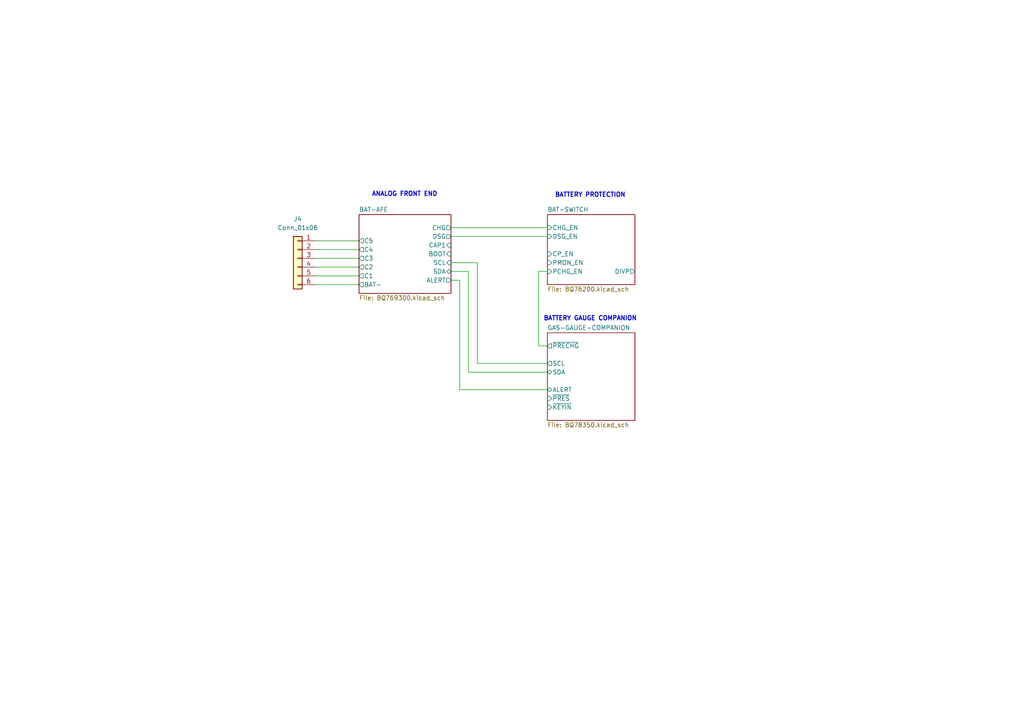
<source format=kicad_sch>
(kicad_sch (version 20231120) (generator "eeschema") (generator_version "8.0")
  (paper "A4")
  (lib_symbols
    (symbol "Connector_Generic:Conn_01x06" (pin_names (offset 1.016) hide)
      (property "Reference" "J" (at 0 7.62 0))
      (property "Value" "Conn_01x06" (at 0 -10.16 0))
      (symbol "Conn_01x06_1_1"
        (rectangle (start -1.27 -7.493) (end 0 -7.747) (stroke (width 0.1524)))
        (rectangle (start -1.27 -4.953) (end 0 -5.207) (stroke (width 0.1524)))
        (rectangle (start -1.27 -2.413) (end 0 -2.667) (stroke (width 0.1524)))
        (rectangle (start -1.27 0.127) (end 0 -0.127) (stroke (width 0.1524)))
        (rectangle (start -1.27 2.667) (end 0 2.413) (stroke (width 0.1524)))
        (rectangle (start -1.27 5.207) (end 0 4.953) (stroke (width 0.1524)))
        (rectangle (start -1.27 6.35) (end 1.27 -8.89) (stroke (width 0.254)) (fill (type background)))
        (pin passive line (at -5.08 5.08 0) (length 3.81) (name "Pin_1") (number "1"))
        (pin passive line (at -5.08 2.54 0) (length 3.81) (name "Pin_2") (number "2"))
        (pin passive line (at -5.08 0 0) (length 3.81) (name "Pin_3") (number "3"))
        (pin passive line (at -5.08 -2.54 0) (length 3.81) (name "Pin_4") (number "4"))
        (pin passive line (at -5.08 -5.08 0) (length 3.81) (name "Pin_5") (number "5"))
        (pin passive line (at -5.08 -7.62 0) (length 3.81) (name "Pin_6") (number "6"))
      )
    )
  )
  (wire (pts (xy 156.21 100.33) (xy 158.75 100.33)))
  (wire (pts (xy 91.44 69.85) (xy 104.14 69.85)))
  (wire (pts (xy 130.81 81.28) (xy 133.35 81.28)))
  (wire (pts (xy 138.43 105.41) (xy 158.75 105.41)))
  (wire (pts (xy 130.81 76.2) (xy 138.43 76.2)))
  (wire (pts (xy 133.35 113.03) (xy 158.75 113.03)))
  (wire (pts (xy 158.75 107.95) (xy 135.89 107.95)))
  (wire (pts (xy 138.43 76.2) (xy 138.43 105.41)))
  (wire (pts (xy 130.81 68.58) (xy 158.75 68.58)))
  (wire (pts (xy 91.44 77.47) (xy 104.14 77.47)))
  (wire (pts (xy 91.44 72.39) (xy 104.14 72.39)))
  (wire (pts (xy 135.89 107.95) (xy 135.89 78.74)))
  (wire (pts (xy 156.21 78.74) (xy 156.21 100.33)))
  (wire (pts (xy 130.81 66.04) (xy 158.75 66.04)))
  (wire (pts (xy 158.75 78.74) (xy 156.21 78.74)))
  (wire (pts (xy 91.44 82.55) (xy 104.14 82.55)))
  (wire (pts (xy 135.89 78.74) (xy 130.81 78.74)))
  (wire (pts (xy 91.44 80.01) (xy 104.14 80.01)))
  (wire (pts (xy 133.35 81.28) (xy 133.35 113.03)))
  (wire (pts (xy 91.44 74.93) (xy 104.14 74.93)))
  (text "BATTERY PROTECTION" (at 171.196 56.642 0) (effects (font (size 1.27 1.27) (thickness 0.254) (bold yes))))
  (text "BATTERY GAUGE COMPANION" (at 171.196 92.456 0) (effects (font (size 1.27 1.27) (thickness 0.254) (bold yes))))
  (text "ANALOG FRONT END" (at 117.348 56.388 0) (effects (font (size 1.27 1.27) (thickness 0.254) (bold yes))))
  (symbol (lib_id "Connector_Generic:Conn_01x06") (at 86.36 74.93 0) (mirror y) (unit 1)
    (property "Reference" "J4" (at 86.36 63.5 0))
    (property "Value" "Conn_01x06" (at 86.36 66.04 0))
    (property "Footprint" "Connector_JST:JST_XH_B6B-XH-A_1x06_P2.50mm_Vertical" (effects (hide yes)))
    (property "Description" "Generic connector, single row, 01x06, script generated (kicad-library-utils/schlib/autogen/connector/)" (effects (hide yes)))
  )
  (sheet (at 104.14 62.23) (size 26.67 22.86) (stroke (width 0.1524))
    (property "Sheetname" "BAT-AFE" (at 104.14 61.5184 0) (effects (justify left bottom)))
    (property "Sheetfile" "BQ769300.kicad_sch" (at 104.14 85.6746 0) (effects (justify left top)))
    (pin "ALERT" output (at 130.81 81.28 0))
    (pin "CAP1" input (at 130.81 71.12 0))
    (pin "CHG" output (at 130.81 66.04 0))
    (pin "DSG" output (at 130.81 68.58 0))
    (pin "BOOT" input (at 130.81 73.66 0))
    (pin "SDA" bidirectional (at 130.81 78.74 0))
    (pin "SCL" input (at 130.81 76.2 0))
    (pin "C3" output (at 104.14 74.93 180))
    (pin "C1" output (at 104.14 80.01 180))
    (pin "C2" output (at 104.14 77.47 180))
    (pin "BAT-" output (at 104.14 82.55 180))
    (pin "C4" output (at 104.14 72.39 180))
    (pin "C5" output (at 104.14 69.85 180))
  )
  (sheet (at 158.75 62.23) (size 25.4 20.32) (stroke (width 0.1524))
    (property "Sheetname" "BAT-SWITCH" (at 158.75 61.5184 0) (effects (justify left bottom)))
    (property "Sheetfile" "BQ76200.kicad_sch" (at 158.75 83.1346 0) (effects (justify left top)))
    (pin "DIVP" output (at 184.15 78.74 0))
    (pin "PMON_EN" input (at 158.75 76.2 180))
    (pin "PCHG_EN" input (at 158.75 78.74 180))
    (pin "DSG_EN" input (at 158.75 68.58 180))
    (pin "CP_EN" input (at 158.75 73.66 180))
    (pin "CHG_EN" input (at 158.75 66.04 180))
  )
  (sheet (at 158.75 96.52) (size 25.4 25.4) (stroke (width 0.1524))
    (property "Sheetname" "GAS-GAUGE-COMPANION" (at 158.75 95.8084 0) (effects (justify left bottom)))
    (property "Sheetfile" "BQ78350.kicad_sch" (at 158.75 122.5046 0) (effects (justify left top)))
    (pin "ALERT" bidirectional (at 158.75 113.03 180))
    (pin "~{KEYIN}" input (at 158.75 118.11 180))
    (pin "~{PRES}" input (at 158.75 115.57 180))
    (pin "~{PRECHG}" output (at 158.75 100.33 180))
    (pin "SCL" output (at 158.75 105.41 180))
    (pin "SDA" bidirectional (at 158.75 107.95 180))
  )
)
</source>
